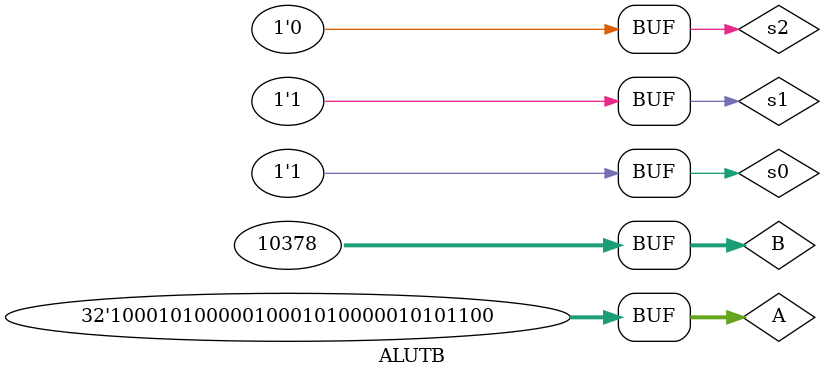
<source format=v>
module ALUTB;
reg [31:0]A;
reg [31:0]B;
reg [32:0]C;
reg s0,s1,s2;

ALU dut_Ishaan(.res(C),.a(A),.b(B),.s0(s0),.s1(s1),.s2(s2));
initial
begin
A = 'b10101010100001010101010; B = 'b0111011101010010; s2=0;s1=0;s0=0;  
#100 A = 'b10101010101010101010101010001000; B = 'b10100010100010; s2=0;s1=0;s0=0;
#100 A = 'b10100010001010000000010010101011; B = 'b00100101010010; s2=0;s1=1;s0=0;
#100 A = 'b10001010000010001010000010101100; B = 'b10100010001010; s2=0;s1=1;s0=1;
end

endmodule
</source>
